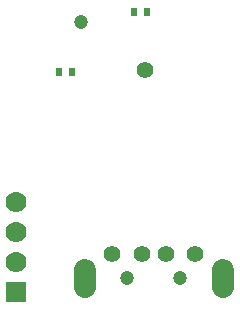
<source format=gbs>
G04 EAGLE Gerber RS-274X export*
G75*
%MOMM*%
%FSLAX34Y34*%
%LPD*%
%INSolder Mask bottom*%
%IPPOS*%
%AMOC8*
5,1,8,0,0,1.08239X$1,22.5*%
G01*
%ADD10R,0.600000X0.700000*%
%ADD11C,1.420000*%
%ADD12C,1.900000*%
%ADD13C,1.200000*%
%ADD14R,1.778000X1.778000*%
%ADD15C,1.778000*%
%ADD16C,1.400000*%


D10*
X69000Y203200D03*
X58000Y203200D03*
X121500Y254000D03*
X132500Y254000D03*
D11*
X173000Y49120D03*
X148000Y49120D03*
X128000Y49120D03*
X103000Y49120D03*
D12*
X79500Y35620D02*
X79500Y20620D01*
X196500Y20620D02*
X196500Y35620D01*
D13*
X115500Y28120D03*
X160500Y28120D03*
D14*
X21590Y16510D03*
D15*
X21590Y41910D03*
X21590Y67310D03*
X21590Y92710D03*
D13*
X76200Y245110D03*
D16*
X130810Y204470D03*
M02*

</source>
